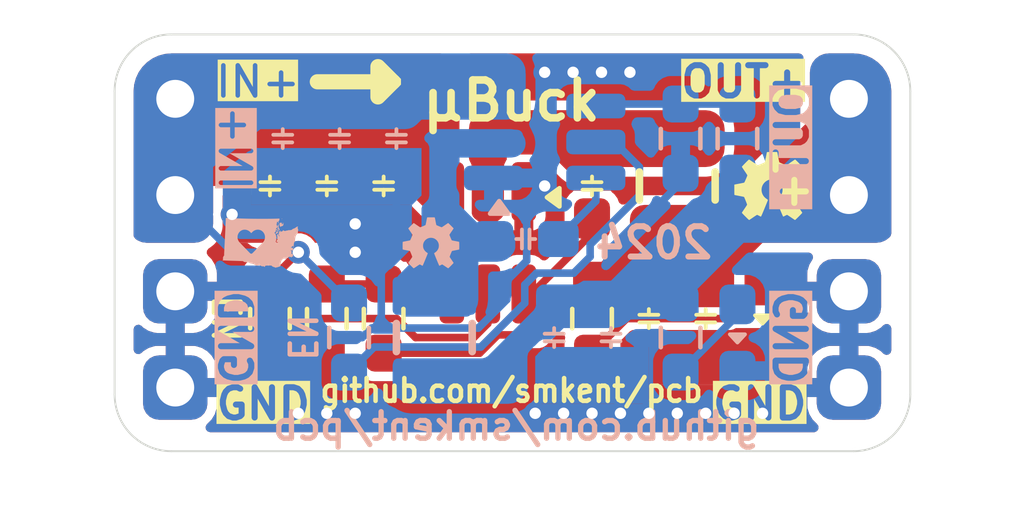
<source format=kicad_pcb>
(kicad_pcb (version 20240108) (generator "pcbnew") (generator_version "8.0")
  (layers (0 "F.Cu" signal) (31 "B.Cu" signal) (34 "B.Paste" user) (35 "F.Paste" user) (36 "B.SilkS" user "B.Silkscreen") (37 "F.SilkS" user "F.Silkscreen") (38 "B.Mask" user) (39 "F.Mask" user) (44 "Edge.Cuts" user))
  (net 0 "")
  (net 1 "GND")
  (net 2 "VIN")
  (net 3 "VOUT")
  (net 4 "Net-(U1-VBST)")
  (net 5 "Net-(LED1-A)")
  (net 6 "Net-(U2-VBST)")
  (net 7 "Net-(LED2-A)")
  (net 8 "/SW_F")
  (net 9 "/SW_B")
  (net 10 "/EN_F")
  (net 11 "/EN_B")
  (net 12 "FB_F")
  (net 13 "FB_B")
  (footprint "custom:C_0603_1608Metric_Pad1.08x0.95mm_HandSolder" (layer "F.Cu") (at 116 68.5 90)
    (property "Reference" "C7" (hide yes))
    (property "Value" "0u1")
    (pad "1" smd roundrect (at -0.8625 0 90) (size 1.075 0.95) (layers "F.Cu" "F.Paste" "F.Mask") (net 4 "Net-(U1-VBST)"))
    (pad "2" smd roundrect (at 0.8625 0 90) (size 1.075 0.95) (layers "F.Cu" "F.Paste" "F.Mask") (net 8 "/SW_F"))
  )
  (footprint "Resistor_SMD:R_0603_1608Metric_Pad0.98x0.95mm_HandSolder" (layer "F.Cu") (at 116 72 90)
    (property "Reference" "R0" (hide yes))
    (property "Value" "10K")
    (pad "1" smd roundrect (at -0.9125 0 90) (size 0.975 0.95) (layers "F.Cu" "F.Paste" "F.Mask") (net 5 "Net-(LED1-A)"))
    (pad "2" smd roundrect (at 0.9125 0 90) (size 0.975 0.95) (layers "F.Cu" "F.Paste" "F.Mask") (net 3 "VOUT"))
  )
  (footprint "Resistor_SMD:R_0603_1608Metric_Pad0.98x0.95mm_HandSolder" (layer "F.Cu") (at 109 72 90)
    (property "Reference" "R1" (hide yes))
    (property "Value" "10K")
    (pad "1" smd roundrect (at -0.9125 0 90) (size 0.975 0.95) (layers "F.Cu" "F.Paste" "F.Mask") (net 1 "GND"))
    (pad "2" smd roundrect (at 0.9125 0 90) (size 0.975 0.95) (layers "F.Cu" "F.Paste" "F.Mask") (net 12 "FB_F"))
  )
  (footprint "custom:SOT-23-6_Handsoldering_simple" (layer "F.Cu") (at 113.25 70 -90)
    (property "Reference" "U1" (hide yes))
    (property "Value" "TPS563200")
    (pad "1" smd roundrect (at -1.35 -0.95 270) (size 1.56 0.65) (layers "F.Cu" "F.Paste" "F.Mask") (net 1 "GND"))
    (pad "2" smd roundrect (at -1.35 0 270) (size 1.56 0.65) (layers "F.Cu" "F.Paste" "F.Mask") (net 8 "/SW_F"))
    (pad "3" smd roundrect (at -1.35 0.95 270) (size 1.56 0.65) (layers "F.Cu" "F.Paste" "F.Mask") (net 2 "VIN"))
    (pad "4" smd roundrect (at 1.35 0.95 270) (size 1.56 0.65) (layers "F.Cu" "F.Paste" "F.Mask") (net 12 "FB_F"))
    (pad "5" smd roundrect (at 1.35 0 270) (size 1.56 0.65) (layers "F.Cu" "F.Paste" "F.Mask") (net 10 "/EN_F"))
    (pad "6" smd roundrect (at 1.35 -0.95 270) (size 1.56 0.65) (layers "F.Cu" "F.Paste" "F.Mask") (net 4 "Net-(U1-VBST)"))
  )
  (footprint "custom:C_0603_1608Metric_Pad1.08x0.95mm_HandSolder" (layer "F.Cu") (at 109 68.5 -90)
    (property "Reference" "C2" (hide yes))
    (property "Value" "10u")
    (pad "1" smd roundrect (at -0.8625 0 270) (size 1.075 0.95) (layers "F.Cu" "F.Paste" "F.Mask") (net 2 "VIN"))
    (pad "2" smd roundrect (at 0.8625 0 270) (size 1.075 0.95) (layers "F.Cu" "F.Paste" "F.Mask") (net 1 "GND"))
  )
  (footprint "custom:C_0603_1608Metric_Pad1.08x0.95mm_HandSolder" (layer "F.Cu") (at 119 72 -90)
    (property "Reference" "C9" (hide yes))
    (property "Value" "22u")
    (pad "1" smd roundrect (at -0.8625 0 270) (size 1.075 0.95) (layers "F.Cu" "F.Paste" "F.Mask") (net 3 "VOUT"))
    (pad "2" smd roundrect (at 0.8625 0 270) (size 1.075 0.95) (layers "F.Cu" "F.Paste" "F.Mask") (net 1 "GND"))
  )
  (footprint "graphics:oshw-logo-2mm" (layer "F.Cu") (at 120.75 68.5)
    (property "Reference" "G***" (hide yes))
    (property "Value" "LOGO" (hide yes))
  )
  (footprint "custom:LED_0603_1608Metric_Pad1.05x0.95mm_HandSolder_simple" (layer "F.Cu") (at 120.5 72 90)
    (property "Reference" "LED1" (hide yes))
    (property "Value" "LED_Small")
    (pad "1" smd roundrect (at -0.875 0 90) (size 1.05 0.95) (layers "F.Cu" "F.Paste" "F.Mask") (net 1 "GND"))
    (pad "2" smd roundrect (at 0.875 0 90) (size 1.05 0.95) (layers "F.Cu" "F.Paste" "F.Mask") (net 5 "Net-(LED1-A)"))
  )
  (footprint "custom:C_0603_1608Metric_Pad1.08x0.95mm_HandSolder" (layer "F.Cu") (at 117.5 72 -90)
    (property "Reference" "C8" (hide yes))
    (property "Value" "22u")
    (pad "1" smd roundrect (at -0.8625 0 270) (size 1.075 0.95) (layers "F.Cu" "F.Paste" "F.Mask") (net 3 "VOUT"))
    (pad "2" smd roundrect (at 0.8625 0 270) (size 1.075 0.95) (layers "F.Cu" "F.Paste" "F.Mask") (net 1 "GND"))
  )
  (footprint "Resistor_SMD:R_0603_1608Metric_Pad0.98x0.95mm_HandSolder" (layer "F.Cu") (at 107.5 72 -90)
    (property "Reference" "R3" (hide yes))
    (property "Value" "10K")
    (pad "1" smd roundrect (at -0.9125 0 270) (size 0.975 0.95) (layers "F.Cu" "F.Paste" "F.Mask") (net 2 "VIN"))
    (pad "2" smd roundrect (at 0.9125 0 270) (size 0.975 0.95) (layers "F.Cu" "F.Paste" "F.Mask") (net 10 "/EN_F"))
  )
  (footprint "lcsc:IND-SMD_L2.5-W2.0_MHCHL2520" (layer "F.Cu") (at 118.25 68.5 -90)
    (property "Reference" "L1" (hide yes))
    (property "Value" "4u7")
    (pad "1" smd roundrect (at -1.1 0) (size 2.2 1) (layers "F.Cu" "F.Paste" "F.Mask") (roundrect_rratio 0.125) (net 8 "/SW_F"))
    (pad "2" smd roundrect (at 1.1 0) (size 2.2 1) (layers "F.Cu" "F.Paste" "F.Mask") (roundrect_rratio 0.125) (net 3 "VOUT"))
  )
  (footprint "Resistor_SMD:R_0603_1608Metric_Pad0.98x0.95mm_HandSolder" (layer "F.Cu") (at 110.5 72 -90)
    (property "Reference" "R2" (hide yes))
    (property "Value" "56K")
    (pad "1" smd roundrect (at -0.9125 0 270) (size 0.975 0.95) (layers "F.Cu" "F.Paste" "F.Mask") (net 12 "FB_F"))
    (pad "2" smd roundrect (at 0.9125 0 270) (size 0.975 0.95) (layers "F.Cu" "F.Paste" "F.Mask") (net 3 "VOUT"))
  )
  (footprint "custom:C_0603_1608Metric_Pad1.08x0.95mm_HandSolder" (layer "F.Cu") (at 110.5 68.5 -90)
    (property "Reference" "C3" (hide yes))
    (property "Value" "0u1")
    (pad "1" smd roundrect (at -0.8625 0 270) (size 1.075 0.95) (layers "F.Cu" "F.Paste" "F.Mask") (net 2 "VIN"))
    (pad "2" smd roundrect (at 0.8625 0 270) (size 1.075 0.95) (layers "F.Cu" "F.Paste" "F.Mask") (net 1 "GND"))
  )
  (footprint "custom:C_0603_1608Metric_Pad1.08x0.95mm_HandSolder" (layer "F.Cu") (at 107.5 68.5 -90)
    (property "Reference" "C1" (hide yes))
    (property "Value" "10u")
    (pad "1" smd roundrect (at -0.8625 0 270) (size 1.075 0.95) (layers "F.Cu" "F.Paste" "F.Mask") (net 2 "VIN"))
    (pad "2" smd roundrect (at 0.8625 0 270) (size 1.075 0.95) (layers "F.Cu" "F.Paste" "F.Mask") (net 1 "GND"))
  )
  (footprint "custom:C_0603_1608Metric_Pad1.08x0.95mm_HandSolder" (layer "B.Cu") (at 114.25 69.9 180)
    (property "Reference" "C10" (hide yes))
    (property "Value" "0u1")
    (pad "1" smd roundrect (at -0.8625 0 180) (size 1.075 0.95) (layers "B.Cu" "B.Paste" "B.Mask") (net 6 "Net-(U2-VBST)"))
    (pad "2" smd roundrect (at 0.8625 0 180) (size 1.075 0.95) (layers "B.Cu" "B.Paste" "B.Mask") (net 9 "/SW_B"))
  )
  (footprint "custom:C_0603_1608Metric_Pad1.08x0.95mm_HandSolder" (layer "B.Cu") (at 110.8375 67.25 -90)
    (property "Reference" "C6" (hide yes))
    (property "Value" "0u1")
    (pad "1" smd roundrect (at -0.8625 0 270) (size 1.075 0.95) (layers "B.Cu" "B.Paste" "B.Mask") (net 2 "VIN"))
    (pad "2" smd roundrect (at 0.8625 0 270) (size 1.075 0.95) (layers "B.Cu" "B.Paste" "B.Mask") (net 1 "GND"))
  )
  (footprint "graphics:oshw-logo-1.5mm" (layer "B.Cu") (at 111.75 70 180)
    (property "Reference" "G***" (hide yes))
    (property "Value" "LOGO" (hide yes))
  )
  (footprint "custom:PinHeader_1x04_P2.54mm_Vertical_simple_pad3,4gnd" (layer "B.Cu") (at 122.78 66.2 180)
    (property "Reference" "J2" (hide yes))
    (property "Value" "Pin headers")
    (pad "1" thru_hole oval (at 0 0 180) (size 1.7 1.7) (drill 1) (layers "*.Cu" "*.Mask") (net 3 "VOUT"))
    (pad "2" thru_hole oval (at 0 -2.54 180) (size 1.7 1.7) (drill 1) (layers "*.Cu" "*.Mask") (net 3 "VOUT"))
    (pad "3" thru_hole roundrect (at 0 -5.08 180) (size 1.7 1.7) (drill 1) (layers "*.Cu" "*.Mask") (net 1 "GND"))
    (pad "4" thru_hole roundrect (at 0 -7.62 180) (size 1.7 1.7) (drill 1) (layers "*.Cu" "*.Mask") (net 1 "GND"))
  )
  (footprint "Resistor_SMD:R_0603_1608Metric_Pad0.98x0.95mm_HandSolder" (layer "B.Cu") (at 119.8375 67.25 -90)
    (property "Reference" "R5" (hide yes))
    (property "Value" "56K")
    (pad "1" smd roundrect (at -0.9125 0 270) (size 0.975 0.95) (layers "B.Cu" "B.Paste" "B.Mask") (net 13 "FB_B"))
    (pad "2" smd roundrect (at 0.9125 0 270) (size 0.975 0.95) (layers "B.Cu" "B.Paste" "B.Mask") (net 3 "VOUT"))
  )
  (footprint "custom:PinHeader_1x04_P2.54mm_Vertical_simple_pad3,4gnd" (layer "B.Cu") (at 105 66.2 180)
    (property "Reference" "J1" (hide yes))
    (property "Value" "Pin headers")
    (pad "1" thru_hole oval (at 0 0 180) (size 1.7 1.7) (drill 1) (layers "*.Cu" "*.Mask") (net 2 "VIN"))
    (pad "2" thru_hole oval (at 0 -2.54 180) (size 1.7 1.7) (drill 1) (layers "*.Cu" "*.Mask") (net 2 "VIN"))
    (pad "3" thru_hole roundrect (at 0 -5.08 180) (size 1.7 1.7) (drill 1) (layers "*.Cu" "*.Mask") (net 1 "GND"))
    (pad "4" thru_hole roundrect (at 0 -7.62 180) (size 1.7 1.7) (drill 1) (layers "*.Cu" "*.Mask") (net 1 "GND"))
  )
  (footprint "lcsc:IND-SMD_L2.5-W2.0_MHCHL2520" (layer "B.Cu") (at 111.8375 72.5 -90)
    (property "Reference" "L2" (hide yes))
    (property "Value" "4u7")
    (pad "1" smd roundrect (at -1.1 0 180) (size 2.2 1) (layers "B.Cu" "B.Paste" "B.Mask") (roundrect_rratio 0.125) (net 9 "/SW_B"))
    (pad "2" smd roundrect (at 1.1 0 180) (size 2.2 1) (layers "B.Cu" "B.Paste" "B.Mask") (roundrect_rratio 0.125) (net 3 "VOUT"))
  )
  (footprint "graphics:wa-state-heart-2mm" (layer "B.Cu") (at 107.25 70 180)
    (property "Reference" "G***" (hide yes))
    (property "Value" "LOGO" (hide yes))
  )
  (footprint "Resistor_SMD:R_0603_1608Metric_Pad0.98x0.95mm_HandSolder" (layer "B.Cu") (at 118.3375 72.5 90)
    (property "Reference" "R7" (hide yes))
    (property "Value" "10K")
    (pad "1" smd roundrect (at -0.9125 0 90) (size 0.975 0.95) (layers "B.Cu" "B.Paste" "B.Mask") (net 7 "Net-(LED2-A)"))
    (pad "2" smd roundrect (at 0.9125 0 90) (size 0.975 0.95) (layers "B.Cu" "B.Paste" "B.Mask") (net 3 "VOUT"))
  )
  (footprint "Resistor_SMD:R_0603_1608Metric_Pad0.98x0.95mm_HandSolder" (layer "B.Cu") (at 118.3375 67.25 90)
    (property "Reference" "R6" (hide yes))
    (property "Value" "10K")
    (pad "1" smd roundrect (at -0.9125 0 90) (size 0.975 0.95) (layers "B.Cu" "B.Paste" "B.Mask") (net 1 "GND"))
    (pad "2" smd roundrect (at 0.9125 0 90) (size 0.975 0.95) (layers "B.Cu" "B.Paste" "B.Mask") (net 13 "FB_B"))
  )
  (footprint "custom:SOT-23-6_Handsoldering_simple" (layer "B.Cu") (at 114.75 67.34)
    (property "Reference" "U2" (hide yes))
    (property "Value" "TPS563200")
    (pad "1" smd roundrect (at -1.35 0.95) (size 1.56 0.65) (layers "B.Cu" "B.Paste" "B.Mask") (net 1 "GND"))
    (pad "2" smd roundrect (at -1.35 0) (size 1.56 0.65) (layers "B.Cu" "B.Paste" "B.Mask") (net 9 "/SW_B"))
    (pad "3" smd roundrect (at -1.35 -0.95) (size 1.56 0.65) (layers "B.Cu" "B.Paste" "B.Mask") (net 2 "VIN"))
    (pad "4" smd roundrect (at 1.35 -0.95) (size 1.56 0.65) (layers "B.Cu" "B.Paste" "B.Mask") (net 13 "FB_B"))
    (pad "5" smd roundrect (at 1.35 0) (size 1.56 0.65) (layers "B.Cu" "B.Paste" "B.Mask") (net 11 "/EN_B"))
    (pad "6" smd roundrect (at 1.35 0.95) (size 1.56 0.65) (layers "B.Cu" "B.Paste" "B.Mask") (net 6 "Net-(U2-VBST)"))
  )
  (footprint "custom:C_0603_1608Metric_Pad1.08x0.95mm_HandSolder" (layer "B.Cu") (at 109.3375 67.25 -90)
    (property "Reference" "C5" (hide yes))
    (property "Value" "10u")
    (pad "1" smd roundrect (at -0.8625 0 270) (size 1.075 0.95) (layers "B.Cu" "B.Paste" "B.Mask") (net 2 "VIN"))
    (pad "2" smd roundrect (at 0.8625 0 270) (size 1.075 0.95) (layers "B.Cu" "B.Paste" "B.Mask") (net 1 "GND"))
  )
  (footprint "custom:C_0603_1608Metric_Pad1.08x0.95mm_HandSolder" (layer "B.Cu") (at 107.8375 67.25 -90)
    (property "Reference" "C4" (hide yes))
    (property "Value" "10u")
    (pad "1" smd roundrect (at -0.8625 0 270) (size 1.075 0.95) (layers "B.Cu" "B.Paste" "B.Mask") (net 2 "VIN"))
    (pad "2" smd roundrect (at 0.8625 0 270) (size 1.075 0.95) (layers "B.Cu" "B.Paste" "B.Mask") (net 1 "GND"))
  )
  (footprint "custom:LED_0603_1608Metric_Pad1.05x0.95mm_HandSolder_simple" (layer "B.Cu") (at 119.8375 72.5 90)
    (property "Reference" "LED2" (hide yes))
    (property "Value" "LED_Small")
    (pad "1" smd roundrect (at -0.875 0 90) (size 1.05 0.95) (layers "B.Cu" "B.Paste" "B.Mask") (net 1 "GND"))
    (pad "2" smd roundrect (at 0.875 0 90) (size 1.05 0.95) (layers "B.Cu" "B.Paste" "B.Mask") (net 7 "Net-(LED2-A)"))
  )
  (footprint "Resistor_SMD:R_0603_1608Metric_Pad0.98x0.95mm_HandSolder" (layer "B.Cu") (at 109.5875 72.5 -90)
    (property "Reference" "R4" (hide yes))
    (property "Value" "10K")
    (pad "1" smd roundrect (at -0.9125 0 270) (size 0.975 0.95) (layers "B.Cu" "B.Paste" "B.Mask") (net 2 "VIN"))
    (pad "2" smd roundrect (at 0.9125 0 270) (size 0.975 0.95) (layers "B.Cu" "B.Paste" "B.Mask") (net 11 "/EN_B"))
  )
  (footprint "custom:C_0603_1608Metric_Pad1.08x0.95mm_HandSolder" (layer "B.Cu") (at 116.5 72.5 -90)
    (property "Reference" "C12" (hide yes))
    (property "Value" "22u")
    (pad "1" smd roundrect (at -0.8625 0 270) (size 1.075 0.95) (layers "B.Cu" "B.Paste" "B.Mask") (net 3 "VOUT"))
    (pad "2" smd roundrect (at 0.8625 0 270) (size 1.075 0.95) (layers "B.Cu" "B.Paste" "B.Mask") (net 1 "GND"))
  )
  (footprint "custom:C_0603_1608Metric_Pad1.08x0.95mm_HandSolder" (layer "B.Cu") (at 115 72.5 -90)
    (property "Reference" "C11" (hide yes))
    (property "Value" "22u")
    (pad "1" smd roundrect (at -0.8625 0 270) (size 1.075 0.95) (layers "B.Cu" "B.Paste" "B.Mask") (net 3 "VOUT"))
    (pad "2" smd roundrect (at 0.8625 0 270) (size 1.075 0.95) (layers "B.Cu" "B.Paste" "B.Mask") (net 1 "GND"))
  )
  (gr_poly (pts (xy 110.35 66.15) (xy 110.35 65.35) (xy 110.75 65.75)) (stroke (width 0.4)) (fill solid) (layer "F.SilkS"))
  (gr_line (start 108.75 65.75) (end 110.75 65.75) (stroke (width 0.4)) (layer "F.SilkS"))
  (gr_arc (start 124.4 74) (mid 123.96066 75.06066) (end 122.9 75.5) (stroke (width 0.05)) (layer "Edge.Cuts"))
  (gr_arc (start 122.9 64.5) (mid 123.96066 64.93934) (end 124.4 66) (stroke (width 0.05)) (layer "Edge.Cuts"))
  (gr_line (start 104.9 64.5) (end 122.9 64.5) (stroke (width 0.05)) (layer "Edge.Cuts"))
  (gr_arc (start 103.4 66) (mid 103.83934 64.93934) (end 104.9 64.5) (stroke (width 0.05)) (layer "Edge.Cuts"))
  (gr_arc (start 104.9 75.5) (mid 103.83934 75.06066) (end 103.4 74) (stroke (width 0.05)) (layer "Edge.Cuts"))
  (gr_line (start 103.4 74) (end 103.4 66) (stroke (width 0.05)) (layer "Edge.Cuts"))
  (gr_line (start 124.4 66) (end 124.4 74) (stroke (width 0.05)) (layer "Edge.Cuts"))
  (gr_line (start 122.9 75.5) (end 104.9 75.5) (stroke (width 0.05)) (layer "Edge.Cuts"))
  (gr_text "2024" (at 116 70 0) (layer "B.SilkS") (effects (font (size 0.8 0.8) (thickness 0.16) (bold yes)) (justify right mirror)))
  (gr_text "GND" (at 121.75 72.5 90) (layer "B.SilkS" knockout) (effects (font (size 0.8 0.8) (thickness 0.16) (bold yes)) (justify bottom mirror)))
  (gr_text "EN" (at 108.75 72.5 -90) (layer "B.SilkS") (effects (font (size 0.7 0.6) (thickness 0.12) (bold yes)) (justify top mirror)))
  (gr_text "github.com/smkent/pcb" (at 114 75.25 0) (layer "B.SilkS") (effects (font (size 0.7 0.7) (thickness 0.14) (bold yes)) (justify bottom mirror)))
  (gr_text "GND" (at 106.1 72.5 -90) (layer "B.SilkS" knockout) (effects (font (size 0.8 0.8) (thickness 0.16) (bold yes)) (justify bottom mirror)))
  (gr_text "OUT+" (at 121.75 67.5 90) (layer "B.SilkS" knockout) (effects (font (size 0.8 0.8) (thickness 0.16) (bold yes)) (justify bottom mirror)))
  (gr_text "IN+" (at 106.1 67.5 -90) (layer "B.SilkS" knockout) (effects (font (size 0.8 0.8) (thickness 0.12) (bold yes)) (justify bottom mirror)))
  (gr_text "µBuck" (at 113.875 66.25 0) (layer "F.SilkS") (effects (font (size 1 1) (thickness 0.2) (bold yes))))
  (gr_text "github.com/smkent/pcb" (at 113.875 74.25 0) (layer "F.SilkS") (effects (font (size 0.6 0.55) (thickness 0.12) (bold yes)) (justify bottom)))
  (gr_text "OUT+" (at 121.75 65.75 0) (layer "F.SilkS" knockout) (effects (font (size 0.8 0.8) (thickness 0.16) (bold yes)) (justify right)))
  (gr_text "GND" (at 121.75 74.25 0) (layer "F.SilkS" knockout) (effects (font (size 0.8 0.8) (thickness 0.16) (bold yes)) (justify right)))
  (gr_text "EN" (at 106.75 72 -90) (layer "F.SilkS") (effects (font (size 0.7 0.6) (thickness 0.12) (bold yes)) (justify top)))
  (gr_text "GND" (at 106 74.25 0) (layer "F.SilkS" knockout) (effects (font (size 0.8 0.8) (thickness 0.16) (bold yes)) (justify left)))
  (gr_text "IN+" (at 106 65.75 0) (layer "F.SilkS" knockout) (effects (font (size 0.8 0.8) (thickness 0.12) (bold yes)) (justify left)))
  (segment (start 119.225 68.525) (end 120.5 67.25) (width 0.2) (layer "F.Cu") (net 1))
  (segment (start 109.75 70.25) (end 109.75 69.5) (width 0.2) (layer "F.Cu") (net 1))
  (segment (start 114.325 68.525) (end 119.225 68.525) (width 0.2) (layer "F.Cu") (net 1))
  (segment (start 109.75 70.25) (end 111.5 70.25) (width 0.2) (layer "F.Cu") (net 1))
  (segment (start 114.2 68.65) (end 114.325 68.525) (width 0.2) (layer "F.Cu") (net 1))
  (via (at 109.75 70.25) (size 0.6) (drill 0.3) (layers "F.Cu" "B.Cu") (net 1))
  (via (at 109 74.5) (size 0.6) (drill 0.3) (layers "F.Cu" "B.Cu") (net 1))
  (via (at 119.75 74.5) (size 0.6) (drill 0.3) (layers "F.Cu" "B.Cu") (net 1))
  (via (at 116.25 65.5) (size 0.6) (drill 0.3) (layers "F.Cu" "B.Cu") (net 1))
  (via (at 117.5 74.5) (size 0.6) (drill 0.3) (layers "F.Cu" "B.Cu") (net 1))
  (via (at 117 65.5) (size 0.6) (drill 0.3) (layers "F.Cu" "B.Cu") (net 1))
  (via (at 115.5 65.5) (size 0.6) (drill 0.3) (layers "F.Cu" "B.Cu") (net 1))
  (via (at 114.75 65.5) (size 0.6) (drill 0.3) (layers "F.Cu" "B.Cu") (net 1))
  (via (at 115.25 74.5) (size 0.6) (drill 0.3) (layers "F.Cu" "B.Cu") (net 1))
  (via (at 108.25 74.5) (size 0.6) (drill 0.3) (layers "F.Cu" "B.Cu") (net 1))
  (via (at 120.5 74.5) (size 0.6) (drill 0.3) (layers "F.Cu" "B.Cu") (net 1))
  (via (at 116.75 74.5) (size 0.6) (drill 0.3) (layers "F.Cu" "B.Cu") (net 1))
  (via (at 114.75 68.5) (size 0.6) (drill 0.3) (layers "F.Cu" "B.Cu") (net 1))
  (via (at 109.75 74.5) (size 0.6) (drill 0.3) (layers "F.Cu" "B.Cu") (net 1))
  (via (at 109.75 69.5) (size 0.6) (drill 0.3) (layers "F.Cu" "B.Cu") (net 1))
  (via (at 114.5 74.5) (size 0.6) (drill 0.3) (layers "F.Cu" "B.Cu") (net 1))
  (via (at 119 74.5) (size 0.6) (drill 0.3) (layers "F.Cu" "B.Cu") (net 1))
  (via (at 106.5 69.25) (size 0.6) (drill 0.3) (layers "F.Cu" "B.Cu") (net 1))
  (via (at 116 74.5) (size 0.6) (drill 0.3) (layers "F.Cu" "B.Cu") (net 1))
  (via (at 118.25 74.5) (size 0.6) (drill 0.3) (layers "F.Cu" "B.Cu") (net 1))
  (segment (start 110.5 72.25) (end 110.4375 72.1875) (width 0.2) (layer "B.Cu") (net 1))
  (segment (start 114.275 68.975) (end 114.275 70.475) (width 0.2) (layer "B.Cu") (net 1))
  (segment (start 118.3375 68.1625) (end 118.3375 68.4125) (width 0.2) (layer "B.Cu") (net 1))
  (segment (start 113.75 71) (end 113.75 71.5) (width 0.2) (layer "B.Cu") (net 1))
  (segment (start 114.275 70.475) (end 113.75 71) (width 0.2) (layer "B.Cu") (net 1))
  (segment (start 110.4375 72.1875) (end 110.4375 69.8125) (width 0.2) (layer "B.Cu") (net 1))
  (segment (start 118.3375 68.4125) (end 116.75 70) (width 0.2) (layer "B.Cu") (net 1))
  (segment (start 110.8375 69.4125) (end 110.8375 68.1125) (width 0.2) (layer "B.Cu") (net 1))
  (segment (start 110.184314 72.25) (end 109.934314 72.5) (width 0.2) (layer "B.Cu") (net 1))
  (segment (start 113.75 71.5) (end 113 72.25) (width 0.2) (layer "B.Cu") (net 1))
  (segment (start 110.5 72.25) (end 110.184314 72.25) (width 0.2) (layer "B.Cu") (net 1))
  (segment (start 106.53 71.28) (end 105 71.28) (width 0.2) (layer "B.Cu") (net 1))
  (segment (start 113 72.25) (end 110.5 72.25) (width 0.2) (layer "B.Cu") (net 1))
  (segment (start 107.75 72.5) (end 106.53 71.28) (width 0.2) (layer "B.Cu") (net 1))
  (segment (start 110.4375 69.8125) (end 110.8375 69.4125) (width 0.2) (layer "B.Cu") (net 1))
  (segment (start 114.75 68.5) (end 114.275 68.975) (width 0.2) (layer "B.Cu") (net 1))
  (segment (start 113.4 68.29) (end 114.54 68.29) (width 0.2) (layer "B.Cu") (net 1))
  (segment (start 114.54 68.29) (end 114.75 68.5) (width 0.2) (layer "B.Cu") (net 1))
  (segment (start 109.934314 72.5) (end 107.75 72.5) (width 0.2) (layer "B.Cu") (net 1))
  (segment (start 107.5 71.0875) (end 107.5 71) (width 0.2) (layer "F.Cu") (net 2))
  (segment (start 107.5 71) (end 108.25 70.25) (width 0.2) (layer "F.Cu") (net 2))
  (via (at 108.25 70.25) (size 0.6) (drill 0.3) (layers "F.Cu" "B.Cu") (net 2))
  (segment (start 106.51 70.25) (end 108.25 70.25) (width 0.2) (layer "B.Cu") (net 2))
  (segment (start 108.25 70.25) (end 109.5875 71.5875) (width 0.2) (layer "B.Cu") (net 2))
  (segment (start 105 68.74) (end 106.51 70.25) (width 0.2) (layer "B.Cu") (net 2))
  (segment (start 116 71.0875) (end 115.9125 71.0875) (width 0.2) (layer "F.Cu") (net 3))
  (segment (start 115.9125 71.0875) (end 114.57 72.43) (width 0.2) (layer "F.Cu") (net 3))
  (segment (start 113.033185 72.9125) (end 110.5 72.9125) (width 0.2) (layer "F.Cu") (net 3))
  (segment (start 113.515685 72.43) (end 113.033185 72.9125) (width 0.2) (layer "F.Cu") (net 3))
  (segment (start 114.57 72.43) (end 113.515685 72.43) (width 0.2) (layer "F.Cu") (net 3))
  (segment (start 114.2 71.35) (end 114.4 71.35) (width 0.2) (layer "F.Cu") (net 4))
  (segment (start 114.4 71.35) (end 116 69.75) (width 0.2) (layer "F.Cu") (net 4))
  (segment (start 116 69.75) (end 116 69.3625) (width 0.2) (layer "F.Cu") (net 4))
  (segment (start 119.625 72) (end 120.5 71.125) (width 0.2) (layer "F.Cu") (net 5))
  (segment (start 116 72.9125) (end 116.9125 72) (width 0.2) (layer "F.Cu") (net 5))
  (segment (start 116.9125 72) (end 119.625 72) (width 0.2) (layer "F.Cu") (net 5))
  (segment (start 116.1 68.9) (end 115.1125 69.8875) (width 0.2) (layer "B.Cu") (net 6))
  (segment (start 115.1125 69.8875) (end 115.1125 69.9) (width 0.2) (layer "B.Cu") (net 6))
  (segment (start 116.1 68.29) (end 116.1 68.9) (width 0.2) (layer "B.Cu") (net 6))
  (segment (start 119.8375 71.625) (end 119.8375 71.9125) (width 0.2) (layer "B.Cu") (net 7))
  (segment (start 119.8375 71.9125) (end 118.3375 73.4125) (width 0.2) (layer "B.Cu") (net 7))
  (segment (start 111.341722 72.5) (end 110.841722 72) (width 0.2) (layer "F.Cu") (net 10))
  (segment (start 112.879999 72.5) (end 111.341722 72.5) (width 0.2) (layer "F.Cu") (net 10))
  (segment (start 110.841722 72) (end 108.4125 72) (width 0.2) (layer "F.Cu") (net 10))
  (segment (start 113.25 72.129999) (end 112.879999 72.5) (width 0.2) (layer "F.Cu") (net 10))
  (segment (start 108.4125 72) (end 107.5 72.9125) (width 0.2) (layer "F.Cu") (net 10))
  (segment (start 113.25 71.35) (end 113.25 72.129999) (width 0.2) (layer "F.Cu") (net 10))
  (segment (start 117.25 68) (end 117.25 68.75) (width 0.2) (layer "B.Cu") (net 11))
  (segment (start 117.25 68.75) (end 115.95 70.05) (width 0.2) (layer "B.Cu") (net 11))
  (segment (start 116.1 67.34) (end 116.588576 67.34) (width 0.2) (layer "B.Cu") (net 11))
  (segment (start 113.065686 72.75) (end 110.25 72.75) (width 0.2) (layer "B.Cu") (net 11))
  (segment (start 114.225 71.590686) (end 113.065686 72.75) (width 0.2) (layer "B.Cu") (net 11))
  (segment (start 115.95 70.05) (end 115.95 70.366722) (width 0.2) (layer "B.Cu") (net 11))
  (segment (start 115.516722 70.8) (end 114.533278 70.8) (width 0.2) (layer "B.Cu") (net 11))
  (segment (start 115.95 70.366722) (end 115.516722 70.8) (width 0.2) (layer "B.Cu") (net 11))
  (segment (start 117.181424 67.931424) (end 117.25 68) (width 0.2) (layer "B.Cu") (net 11))
  (segment (start 114.533278 70.8) (end 114.225 71.108278) (width 0.2) (layer "B.Cu") (net 11))
  (segment (start 116.588576 67.34) (end 117.18 67.931424) (width 0.2) (layer "B.Cu") (net 11))
  (segment (start 117.18 67.931424) (end 117.181424 67.931424) (width 0.2) (layer "B.Cu") (net 11))
  (segment (start 110.25 72.75) (end 109.5875 73.4125) (width 0.2) (layer "B.Cu") (net 11))
  (segment (start 114.225 71.108278) (end 114.225 71.590686) (width 0.2) (layer "B.Cu") (net 11))
  (segment (start 110.5 71.0875) (end 111.3375 71.0875) (width 0.2) (layer "F.Cu") (net 12))
  (segment (start 111.3375 71.0875) (end 111.6 71.35) (width 0.2) (layer "F.Cu") (net 12))
  (segment (start 109 71.0875) (end 110.5 71.0875) (width 0.2) (layer "F.Cu") (net 12))
  (segment (start 111.6 71.35) (end 112.3 71.35) (width 0.2) (layer "F.Cu") (net 12))
  (segment (start 118.3375 66.3375) (end 116.1525 66.3375) (width 0.2) (layer "B.Cu") (net 13))
  (segment (start 119.8375 66.3375) (end 118.3375 66.3375) (width 0.2) (layer "B.Cu") (net 13))
  (segment (start 116.1525 66.3375) (end 116.1 66.39) (width 0.2) (layer "B.Cu") (net 13))
  (zone (net 1) (net_name "GND") (layer "F.Cu") (priority 1) (connect_pads yes (clearance 0)) (min_thickness 0.25) (fill yes (thermal_gap 0.25) (thermal_bridge_width 0.5) (smoothing fillet) (radius 0.5))
    (polygon (pts (xy 116.75 72.25) (xy 121.5 72.25) (xy 121.5 73.75) (xy 116.75 73.75)))
  )
  (zone (net 3) (net_name "VOUT") (layer "F.Cu") (priority 1) (connect_pads yes (clearance 0)) (min_thickness 0.25) (fill yes (thermal_gap 0.25) (thermal_bridge_width 0.5) (smoothing fillet) (radius 0.5))
    (polygon (pts (xy 117 69) (xy 117 69.75) (xy 116.25 70.5) (xy 115.5 70.5) (xy 115.5 71.75) (xy 119.75 71.75) (xy 119.75 70.75) (xy 120.5 70) (xy 124 70) (xy 124 65) (xy 121.75 65) (xy 121.75 66.75) (xy 119.5 69)))
  )
  (zone (net 1) (net_name "GND") (layer "F.Cu") (priority 1) (connect_pads yes (clearance 0)) (min_thickness 0.25) (fill yes (thermal_gap 0.25) (thermal_bridge_width 0.5) (smoothing fillet) (radius 0.5))
    (polygon (pts (xy 106.25 68.75) (xy 111.25 68.75) (xy 112 69.5) (xy 112 70.5) (xy 109.5 70.5) (xy 109 70) (xy 106.25 70)))
  )
  (zone (net 8) (net_name "/SW_F") (layer "F.Cu") (priority 1) (connect_pads yes (clearance 0)) (min_thickness 0.25) (fill yes (thermal_gap 0.25) (thermal_bridge_width 0.5) (smoothing fillet) (radius 0.5))
    (polygon (pts (xy 112.75 69.5) (xy 113.75 69.5) (xy 113.75 67.75) (xy 115 67.75) (xy 115.5 68.25) (xy 116.5 68.25) (xy 116.75 68) (xy 119.5 68) (xy 119.5 66.5) (xy 112.75 66.5)))
  )
  (zone (net 2) (net_name "VIN") (layer "F.Cu") (priority 1) (connect_pads yes (clearance 0)) (min_thickness 0.25) (fill yes (thermal_gap 0.25) (thermal_bridge_width 0.5) (smoothing fillet) (radius 0.5))
    (polygon (pts (xy 103.75 70) (xy 106 70) (xy 106 68.5) (xy 111 68.5) (xy 112 69.5) (xy 112.5 69.5) (xy 112.5 65) (xy 103.75 65)))
  )
  (zone (net 1) (net_name "GND") (layers "F&B.Cu") (connect_pads (clearance 0.25)) (min_thickness 0.25) (fill yes (thermal_gap 0.25) (thermal_bridge_width 0.5))
    (polygon (pts (xy 102.89 64.5) (xy 124.89 64.5) (xy 124.89 75.5) (xy 119.89 75.5) (xy 118.69 75.5) (xy 118.09 75.5) (xy 117.49 75.5) (xy 102.89 75.5)))
  )
  (zone (net 3) (net_name "VOUT") (layer "B.Cu") (priority 1) (connect_pads yes (clearance 0)) (min_thickness 0.25) (fill yes (thermal_gap 0.25) (thermal_bridge_width 0.5) (smoothing fillet) (radius 0.5))
    (polygon (pts (xy 110.75 72.5) (xy 110.75 74.25) (xy 114 74.25) (xy 114.5 73.75) (xy 114.5 73) (xy 115.25 72.25) (xy 116.75 72.25) (xy 117.020492 72.02459) (xy 118.75 72) (xy 118.75 71.25) (xy 120 70) (xy 124 70) (xy 124 65) (xy 121.75 65) (xy 121.75 67.25) (xy 120.75 68.25) (xy 119.25 68.25) (xy 118.5 69) (xy 116.5 71) (xy 114.5 71) (xy 114.5 71.5) (xy 113.5 72.5)))
  )
  (zone (net 2) (net_name "VIN") (layer "B.Cu") (priority 1) (connect_pads yes (clearance 0)) (min_thickness 0.25) (fill yes (thermal_gap 0.25) (thermal_bridge_width 0.5) (smoothing fillet) (radius 0.5))
    (polygon (pts (xy 103.75 65) (xy 103.75 70) (xy 106 70) (xy 106 68) (xy 107.25 67) (xy 111.25 67) (xy 111.5 66.75) (xy 114.25 66.75) (xy 114.25 65)))
  )
  (zone (net 9) (net_name "/SW_B") (layer "B.Cu") (priority 1) (connect_pads yes (clearance 0)) (min_thickness 0.25) (fill yes (thermal_gap 0.25) (thermal_bridge_width 0.5) (smoothing fillet) (radius 0.5))
    (polygon (pts (xy 113 72) (xy 113 70.5) (xy 114 70.5) (xy 114 69.5) (xy 113 69.5) (xy 112.5 69) (xy 112.5 67.75) (xy 114.25 67.75) (xy 114.25 67) (xy 111.75 67) (xy 111.5 67.25) (xy 111.5 70.25) (xy 110.75 71) (xy 110.75 72)))
  )
  (zone (net 1) (net_name "GND") (layer "B.Cu") (priority 1) (connect_pads yes (clearance 0)) (min_thickness 0.25) (fill yes (thermal_gap 0.25) (thermal_bridge_width 0.5) (smoothing fillet) (radius 0.5))
    (polygon (pts (xy 107 67.5) (xy 111.5 67.5) (xy 111.5 68.75) (xy 111.25 69) (xy 107 69)))
  )
  (zone (net 1) (net_name "GND") (layer "B.Cu") (priority 1) (connect_pads yes (clearance 0)) (min_thickness 0.25) (fill yes (thermal_gap 0.25) (thermal_bridge_width 0.5) (smoothing fillet) (radius 0.5))
    (polygon (pts (xy 114.5 74.25) (xy 114.5 73) (xy 114.75 72.75) (xy 117.5 72.75) (xy 117.5 74.25)))
  )
)
</source>
